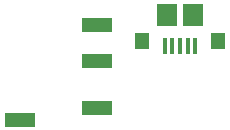
<source format=gtp>
G04 #@! TF.GenerationSoftware,KiCad,Pcbnew,(6.0.6)*
G04 #@! TF.CreationDate,2022-09-12T00:25:57+02:00*
G04 #@! TF.ProjectId,keyboard,6b657962-6f61-4726-942e-6b696361645f,v1.0*
G04 #@! TF.SameCoordinates,Original*
G04 #@! TF.FileFunction,Paste,Top*
G04 #@! TF.FilePolarity,Positive*
%FSLAX46Y46*%
G04 Gerber Fmt 4.6, Leading zero omitted, Abs format (unit mm)*
G04 Created by KiCad (PCBNEW (6.0.6)) date 2022-09-12 00:25:57*
%MOMM*%
%LPD*%
G01*
G04 APERTURE LIST*
%ADD10R,0.400000X1.400000*%
%ADD11R,1.150000X1.450000*%
%ADD12R,1.750000X1.900000*%
%ADD13R,2.500000X1.200000*%
G04 APERTURE END LIST*
D10*
X133196600Y-39632400D03*
X132546600Y-39632400D03*
X131896600Y-39632400D03*
X131246600Y-39632400D03*
X130596600Y-39632400D03*
D11*
X128696600Y-39212400D03*
X135096600Y-39212400D03*
D12*
X130771600Y-36982400D03*
X133021600Y-36982400D03*
D13*
X124865200Y-44890800D03*
X124865200Y-40890800D03*
X124865200Y-37890800D03*
X118365200Y-45890800D03*
M02*

</source>
